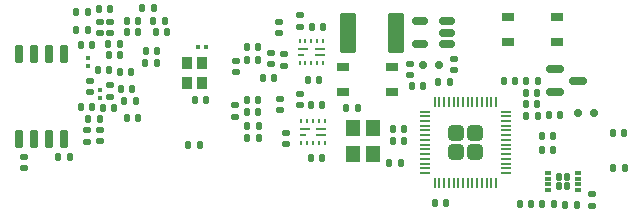
<source format=gbr>
%TF.GenerationSoftware,KiCad,Pcbnew,8.0.6*%
%TF.CreationDate,2024-12-01T18:19:07-08:00*%
%TF.ProjectId,SYNC-VT,53594e43-2d56-4542-9e6b-696361645f70,rev?*%
%TF.SameCoordinates,Original*%
%TF.FileFunction,Paste,Bot*%
%TF.FilePolarity,Positive*%
%FSLAX46Y46*%
G04 Gerber Fmt 4.6, Leading zero omitted, Abs format (unit mm)*
G04 Created by KiCad (PCBNEW 8.0.6) date 2024-12-01 18:19:07*
%MOMM*%
%LPD*%
G01*
G04 APERTURE LIST*
G04 Aperture macros list*
%AMRoundRect*
0 Rectangle with rounded corners*
0 $1 Rounding radius*
0 $2 $3 $4 $5 $6 $7 $8 $9 X,Y pos of 4 corners*
0 Add a 4 corners polygon primitive as box body*
4,1,4,$2,$3,$4,$5,$6,$7,$8,$9,$2,$3,0*
0 Add four circle primitives for the rounded corners*
1,1,$1+$1,$2,$3*
1,1,$1+$1,$4,$5*
1,1,$1+$1,$6,$7*
1,1,$1+$1,$8,$9*
0 Add four rect primitives between the rounded corners*
20,1,$1+$1,$2,$3,$4,$5,0*
20,1,$1+$1,$4,$5,$6,$7,0*
20,1,$1+$1,$6,$7,$8,$9,0*
20,1,$1+$1,$8,$9,$2,$3,0*%
G04 Aperture macros list end*
%ADD10R,1.050000X0.650000*%
%ADD11RoundRect,0.140000X-0.170000X0.140000X-0.170000X-0.140000X0.170000X-0.140000X0.170000X0.140000X0*%
%ADD12RoundRect,0.140000X0.170000X-0.140000X0.170000X0.140000X-0.170000X0.140000X-0.170000X-0.140000X0*%
%ADD13RoundRect,0.140000X-0.140000X-0.170000X0.140000X-0.170000X0.140000X0.170000X-0.140000X0.170000X0*%
%ADD14RoundRect,0.140000X0.140000X0.170000X-0.140000X0.170000X-0.140000X-0.170000X0.140000X-0.170000X0*%
%ADD15RoundRect,0.150000X0.150000X0.200000X-0.150000X0.200000X-0.150000X-0.200000X0.150000X-0.200000X0*%
%ADD16RoundRect,0.079500X-0.100500X0.079500X-0.100500X-0.079500X0.100500X-0.079500X0.100500X0.079500X0*%
%ADD17RoundRect,0.249999X-0.450001X-1.450001X0.450001X-1.450001X0.450001X1.450001X-0.450001X1.450001X0*%
%ADD18RoundRect,0.150000X-0.150000X0.650000X-0.150000X-0.650000X0.150000X-0.650000X0.150000X0.650000X0*%
%ADD19RoundRect,0.147500X0.147500X0.172500X-0.147500X0.172500X-0.147500X-0.172500X0.147500X-0.172500X0*%
%ADD20R,0.600000X0.250000*%
%ADD21R,0.900000X0.250000*%
%ADD22R,0.250000X0.450000*%
%ADD23R,0.900000X1.100000*%
%ADD24RoundRect,0.079500X0.079500X0.100500X-0.079500X0.100500X-0.079500X-0.100500X0.079500X-0.100500X0*%
%ADD25RoundRect,0.249999X0.395001X-0.395001X0.395001X0.395001X-0.395001X0.395001X-0.395001X-0.395001X0*%
%ADD26RoundRect,0.050000X0.050000X-0.387500X0.050000X0.387500X-0.050000X0.387500X-0.050000X-0.387500X0*%
%ADD27RoundRect,0.050000X0.387500X-0.050000X0.387500X0.050000X-0.387500X0.050000X-0.387500X-0.050000X0*%
%ADD28RoundRect,0.150000X-0.587500X-0.150000X0.587500X-0.150000X0.587500X0.150000X-0.587500X0.150000X0*%
%ADD29R,1.200000X1.400000*%
%ADD30RoundRect,0.147500X-0.172500X0.147500X-0.172500X-0.147500X0.172500X-0.147500X0.172500X0.147500X0*%
%ADD31RoundRect,0.150000X0.512500X0.150000X-0.512500X0.150000X-0.512500X-0.150000X0.512500X-0.150000X0*%
%ADD32RoundRect,0.140000X-0.140000X-0.180000X0.140000X-0.180000X0.140000X0.180000X-0.140000X0.180000X0*%
%ADD33RoundRect,0.087500X-0.175000X-0.087500X0.175000X-0.087500X0.175000X0.087500X-0.175000X0.087500X0*%
%ADD34RoundRect,0.150000X-0.150000X-0.200000X0.150000X-0.200000X0.150000X0.200000X-0.150000X0.200000X0*%
G04 APERTURE END LIST*
D10*
%TO.C,J2*%
X138005000Y-40265000D03*
X133855000Y-40265000D03*
X138005000Y-42415000D03*
X133855000Y-42415000D03*
%TD*%
%TO.C,J1*%
X124045000Y-44460000D03*
X119895000Y-44460000D03*
X124045000Y-46610000D03*
X119895000Y-46610000D03*
%TD*%
D11*
%TO.C,C12*%
X114520000Y-48150000D03*
X114520000Y-47190000D03*
%TD*%
D12*
%TO.C,C11*%
X110790000Y-43990000D03*
X110790000Y-44950000D03*
%TD*%
D11*
%TO.C,C5*%
X110750000Y-48710000D03*
X110750000Y-47750000D03*
%TD*%
D13*
%TO.C,C2*%
X123790000Y-52640000D03*
X124750000Y-52640000D03*
%TD*%
D14*
%TO.C,R40*%
X104780000Y-40580000D03*
X103820000Y-40580000D03*
%TD*%
D11*
%TO.C,R36*%
X125560000Y-45180000D03*
X125560000Y-44220000D03*
%TD*%
D15*
%TO.C,D4*%
X139742500Y-48350000D03*
X141142500Y-48350000D03*
%TD*%
D14*
%TO.C,C4*%
X125030000Y-49750000D03*
X124070000Y-49750000D03*
%TD*%
D13*
%TO.C,C33*%
X135330000Y-47650000D03*
X136290000Y-47650000D03*
%TD*%
D12*
%TO.C,R11*%
X99280000Y-50790000D03*
X99280000Y-49830000D03*
%TD*%
D13*
%TO.C,R41*%
X97300000Y-39800000D03*
X98260000Y-39800000D03*
%TD*%
D14*
%TO.C,R6*%
X118090001Y-52205001D03*
X117130001Y-52205001D03*
%TD*%
D13*
%TO.C,C29*%
X136730000Y-50370000D03*
X137690000Y-50370000D03*
%TD*%
D16*
%TO.C,FB1*%
X98270000Y-43745000D03*
X98270000Y-44435000D03*
%TD*%
D14*
%TO.C,R12*%
X98640000Y-42610000D03*
X97680000Y-42610000D03*
%TD*%
D13*
%TO.C,C28*%
X135380000Y-45660000D03*
X136340000Y-45660000D03*
%TD*%
%TO.C,R14*%
X97280000Y-41360000D03*
X98240000Y-41360000D03*
%TD*%
D17*
%TO.C,L1*%
X120250000Y-41620000D03*
X124350000Y-41620000D03*
%TD*%
D13*
%TO.C,C36*%
X137310000Y-48600000D03*
X138270000Y-48600000D03*
%TD*%
%TO.C,R32*%
X138700000Y-56150000D03*
X139660000Y-56150000D03*
%TD*%
D14*
%TO.C,R18*%
X100970000Y-42530000D03*
X100010000Y-42530000D03*
%TD*%
D13*
%TO.C,R23*%
X106780002Y-51120000D03*
X107740002Y-51120000D03*
%TD*%
%TO.C,C31*%
X133500000Y-45710000D03*
X134460000Y-45710000D03*
%TD*%
%TO.C,C25*%
X104010000Y-41560000D03*
X104970000Y-41560000D03*
%TD*%
D14*
%TO.C,R13*%
X98630000Y-47910000D03*
X97670000Y-47910000D03*
%TD*%
%TO.C,R19*%
X102520000Y-41560000D03*
X101560000Y-41560000D03*
%TD*%
%TO.C,R21*%
X100140000Y-39560000D03*
X99180000Y-39560000D03*
%TD*%
D12*
%TO.C,R38*%
X129270000Y-44750000D03*
X129270000Y-43790000D03*
%TD*%
D18*
%TO.C,U5*%
X92425000Y-43360000D03*
X93695000Y-43360000D03*
X94965000Y-43360000D03*
X96235000Y-43360000D03*
X96235000Y-50560000D03*
X94965000Y-50560000D03*
X93695000Y-50560000D03*
X92425000Y-50560000D03*
%TD*%
D19*
%TO.C,D2*%
X104115000Y-44160000D03*
X103145000Y-44160000D03*
%TD*%
D12*
%TO.C,R17*%
X99260000Y-41630000D03*
X99260000Y-40670000D03*
%TD*%
D13*
%TO.C,R33*%
X142748750Y-53040000D03*
X143708750Y-53040000D03*
%TD*%
D14*
%TO.C,R25*%
X112740002Y-49450000D03*
X111780002Y-49450000D03*
%TD*%
D13*
%TO.C,R1*%
X117220000Y-41100000D03*
X118180000Y-41100000D03*
%TD*%
%TO.C,R42*%
X102880000Y-39530000D03*
X103840000Y-39530000D03*
%TD*%
%TO.C,R34*%
X142698750Y-50090000D03*
X143658750Y-50090000D03*
%TD*%
D14*
%TO.C,C16*%
X96730000Y-52150000D03*
X95770000Y-52150000D03*
%TD*%
D20*
%TO.C,U2*%
X116480000Y-50230000D03*
D21*
X116630000Y-49730000D03*
D22*
X116330000Y-49055001D03*
X116830002Y-49055001D03*
X117330001Y-49055001D03*
X117830000Y-49055001D03*
X118330002Y-49055001D03*
D21*
X118030002Y-49730000D03*
X118030002Y-50230000D03*
D22*
X118330002Y-50904999D03*
X117830000Y-50904999D03*
X117330001Y-50904999D03*
X116830002Y-50904999D03*
X116330000Y-50904999D03*
%TD*%
D23*
%TO.C,X1*%
X107940002Y-44180000D03*
X107940002Y-45880000D03*
X106640002Y-45880000D03*
X106640002Y-44180000D03*
%TD*%
D14*
%TO.C,R24*%
X112740002Y-50550000D03*
X111780002Y-50550000D03*
%TD*%
D13*
%TO.C,R35*%
X125680000Y-46140000D03*
X126640000Y-46140000D03*
%TD*%
D11*
%TO.C,C26*%
X92850000Y-52090000D03*
X92850000Y-53050000D03*
%TD*%
D13*
%TO.C,C17*%
X98310000Y-48920000D03*
X99270000Y-48920000D03*
%TD*%
D14*
%TO.C,R15*%
X102550000Y-40560000D03*
X101590000Y-40560000D03*
%TD*%
%TO.C,C32*%
X128910000Y-45780000D03*
X127950000Y-45780000D03*
%TD*%
%TO.C,C35*%
X128600000Y-56050000D03*
X127640000Y-56050000D03*
%TD*%
D12*
%TO.C,C37*%
X140920000Y-56230000D03*
X140920000Y-55270000D03*
%TD*%
D13*
%TO.C,R22*%
X103160000Y-43180000D03*
X104120000Y-43180000D03*
%TD*%
%TO.C,R20*%
X100070000Y-43480000D03*
X101030000Y-43480000D03*
%TD*%
%TO.C,C6*%
X136710000Y-51520000D03*
X137670000Y-51520000D03*
%TD*%
%TO.C,C18*%
X99090000Y-44780000D03*
X100050000Y-44780000D03*
%TD*%
D14*
%TO.C,C24*%
X100470000Y-47990000D03*
X99510000Y-47990000D03*
%TD*%
D12*
%TO.C,C8*%
X115020002Y-51050000D03*
X115020002Y-50090000D03*
%TD*%
D13*
%TO.C,C7*%
X135380000Y-48620000D03*
X136340000Y-48620000D03*
%TD*%
D16*
%TO.C,FB2*%
X99290000Y-46415000D03*
X99290000Y-47105000D03*
%TD*%
D14*
%TO.C,C22*%
X102320000Y-47370000D03*
X101360000Y-47370000D03*
%TD*%
%TO.C,R4*%
X117840002Y-45570000D03*
X116880002Y-45570000D03*
%TD*%
D12*
%TO.C,R2*%
X116270002Y-41090000D03*
X116270002Y-40130000D03*
%TD*%
D14*
%TO.C,C34*%
X125070000Y-50760000D03*
X124110000Y-50760000D03*
%TD*%
D13*
%TO.C,C30*%
X135330000Y-46660000D03*
X136290000Y-46660000D03*
%TD*%
%TO.C,C15*%
X101050000Y-46360000D03*
X102010000Y-46360000D03*
%TD*%
D24*
%TO.C,FB3*%
X108260002Y-42830000D03*
X107570002Y-42830000D03*
%TD*%
D25*
%TO.C,U9*%
X129430000Y-51670000D03*
X131030000Y-51670000D03*
X129430000Y-50070000D03*
X131030000Y-50070000D03*
D26*
X132830000Y-54307500D03*
X132430000Y-54307500D03*
X132030000Y-54307500D03*
X131630000Y-54307500D03*
X131230000Y-54307500D03*
X130830000Y-54307500D03*
X130430000Y-54307500D03*
X130030000Y-54307500D03*
X129630000Y-54307500D03*
X129230000Y-54307500D03*
X128830000Y-54307500D03*
X128430000Y-54307500D03*
X128030000Y-54307500D03*
X127630000Y-54307500D03*
D27*
X126792500Y-53470000D03*
X126792500Y-53070000D03*
X126792500Y-52670000D03*
X126792500Y-52270000D03*
X126792500Y-51870000D03*
X126792500Y-51470000D03*
X126792500Y-51070000D03*
X126792500Y-50670000D03*
X126792500Y-50270000D03*
X126792500Y-49870000D03*
X126792500Y-49470000D03*
X126792500Y-49070000D03*
X126792500Y-48670000D03*
X126792500Y-48270000D03*
D26*
X127630000Y-47432500D03*
X128030000Y-47432500D03*
X128430000Y-47432500D03*
X128830000Y-47432500D03*
X129230000Y-47432500D03*
X129630000Y-47432500D03*
X130030000Y-47432500D03*
X130430000Y-47432500D03*
X130830000Y-47432500D03*
X131230000Y-47432500D03*
X131630000Y-47432500D03*
X132030000Y-47432500D03*
X132430000Y-47432500D03*
X132830000Y-47432500D03*
D27*
X133667500Y-48270000D03*
X133667500Y-48670000D03*
X133667500Y-49070000D03*
X133667500Y-49470000D03*
X133667500Y-49870000D03*
X133667500Y-50270000D03*
X133667500Y-50670000D03*
X133667500Y-51070000D03*
X133667500Y-51470000D03*
X133667500Y-51870000D03*
X133667500Y-52270000D03*
X133667500Y-52670000D03*
X133667500Y-53070000D03*
X133667500Y-53470000D03*
%TD*%
D28*
%TO.C,U8*%
X137852500Y-46600000D03*
X137852500Y-44700000D03*
X139727500Y-45650000D03*
%TD*%
D14*
%TO.C,C3*%
X121110000Y-47970000D03*
X120150000Y-47970000D03*
%TD*%
D13*
%TO.C,R3*%
X117135001Y-47715001D03*
X118095001Y-47715001D03*
%TD*%
D29*
%TO.C,Y1*%
X120690000Y-51850000D03*
X120690000Y-49650000D03*
X122390000Y-49650000D03*
X122390000Y-51850000D03*
%TD*%
D13*
%TO.C,C20*%
X100950000Y-44950000D03*
X101910000Y-44950000D03*
%TD*%
D30*
%TO.C,D1*%
X98210000Y-49855000D03*
X98210000Y-50825000D03*
%TD*%
D31*
%TO.C,U11*%
X128637500Y-40630000D03*
X128637500Y-41580000D03*
X128637500Y-42530000D03*
X126362500Y-42530000D03*
X126362500Y-40630000D03*
%TD*%
D12*
%TO.C,C14*%
X100100000Y-47000000D03*
X100100000Y-46040000D03*
%TD*%
D11*
%TO.C,C23*%
X98420000Y-45690000D03*
X98420000Y-46650000D03*
%TD*%
D14*
%TO.C,C27*%
X108300000Y-47300000D03*
X107340000Y-47300000D03*
%TD*%
D12*
%TO.C,R16*%
X100170000Y-41650000D03*
X100170000Y-40690000D03*
%TD*%
%TO.C,C10*%
X114840002Y-44380000D03*
X114840002Y-43420000D03*
%TD*%
D13*
%TO.C,C21*%
X101590000Y-48780000D03*
X102550000Y-48780000D03*
%TD*%
D20*
%TO.C,U1*%
X116340002Y-43484999D03*
D21*
X116490002Y-42984999D03*
D22*
X116190002Y-42310000D03*
X116690004Y-42310000D03*
X117190003Y-42310000D03*
X117690002Y-42310000D03*
X118190004Y-42310000D03*
D21*
X117890004Y-42984999D03*
X117890004Y-43484999D03*
D22*
X118190004Y-44159998D03*
X117690002Y-44159998D03*
X117190003Y-44159998D03*
X116690004Y-44159998D03*
X116190002Y-44159998D03*
%TD*%
D13*
%TO.C,R37*%
X136750000Y-56130000D03*
X137710000Y-56130000D03*
%TD*%
D14*
%TO.C,C38*%
X135780000Y-56130000D03*
X134820000Y-56130000D03*
%TD*%
D12*
%TO.C,R5*%
X116220002Y-47720000D03*
X116220002Y-46760000D03*
%TD*%
D32*
%TO.C,FLASH1*%
X138142500Y-53792500D03*
X138142500Y-54592500D03*
X138842500Y-53792500D03*
X138842500Y-54592500D03*
D33*
X137205000Y-54942500D03*
X137205000Y-54442500D03*
X137205000Y-53942500D03*
X137205000Y-53442500D03*
X139780000Y-53442500D03*
X139780000Y-53942500D03*
X139780000Y-54442500D03*
X139780000Y-54942500D03*
%TD*%
D34*
%TO.C,D3*%
X128027500Y-44300000D03*
X126627500Y-44300000D03*
%TD*%
D14*
%TO.C,R10*%
X114020000Y-45430000D03*
X113060000Y-45430000D03*
%TD*%
D13*
%TO.C,C1*%
X111740002Y-47260000D03*
X112700002Y-47260000D03*
%TD*%
D14*
%TO.C,R27*%
X112690002Y-43910000D03*
X111730002Y-43910000D03*
%TD*%
D11*
%TO.C,C9*%
X114490002Y-40679998D03*
X114490002Y-41639998D03*
%TD*%
D12*
%TO.C,R8*%
X113800000Y-44270000D03*
X113800000Y-43310000D03*
%TD*%
D14*
%TO.C,R28*%
X112680002Y-42820000D03*
X111720002Y-42820000D03*
%TD*%
%TO.C,R26*%
X112690002Y-48340000D03*
X111730002Y-48340000D03*
%TD*%
M02*

</source>
